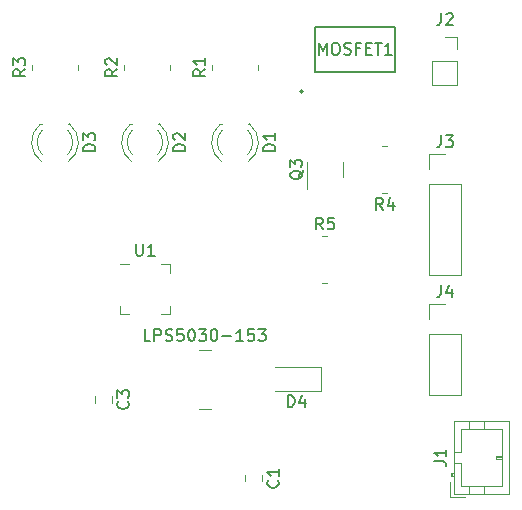
<source format=gbr>
%TF.GenerationSoftware,KiCad,Pcbnew,7.0.9*%
%TF.CreationDate,2023-12-04T00:09:17-03:00*%
%TF.ProjectId,regador,72656761-646f-4722-9e6b-696361645f70,1.0*%
%TF.SameCoordinates,Original*%
%TF.FileFunction,Legend,Top*%
%TF.FilePolarity,Positive*%
%FSLAX46Y46*%
G04 Gerber Fmt 4.6, Leading zero omitted, Abs format (unit mm)*
G04 Created by KiCad (PCBNEW 7.0.9) date 2023-12-04 00:09:17*
%MOMM*%
%LPD*%
G01*
G04 APERTURE LIST*
%ADD10C,0.150000*%
%ADD11C,0.152400*%
%ADD12C,0.120000*%
G04 APERTURE END LIST*
D10*
X132498571Y-83509869D02*
X132498571Y-82509869D01*
X132498571Y-82509869D02*
X132831904Y-83224154D01*
X132831904Y-83224154D02*
X133165237Y-82509869D01*
X133165237Y-82509869D02*
X133165237Y-83509869D01*
X133831904Y-82509869D02*
X134022380Y-82509869D01*
X134022380Y-82509869D02*
X134117618Y-82557488D01*
X134117618Y-82557488D02*
X134212856Y-82652726D01*
X134212856Y-82652726D02*
X134260475Y-82843202D01*
X134260475Y-82843202D02*
X134260475Y-83176535D01*
X134260475Y-83176535D02*
X134212856Y-83367011D01*
X134212856Y-83367011D02*
X134117618Y-83462250D01*
X134117618Y-83462250D02*
X134022380Y-83509869D01*
X134022380Y-83509869D02*
X133831904Y-83509869D01*
X133831904Y-83509869D02*
X133736666Y-83462250D01*
X133736666Y-83462250D02*
X133641428Y-83367011D01*
X133641428Y-83367011D02*
X133593809Y-83176535D01*
X133593809Y-83176535D02*
X133593809Y-82843202D01*
X133593809Y-82843202D02*
X133641428Y-82652726D01*
X133641428Y-82652726D02*
X133736666Y-82557488D01*
X133736666Y-82557488D02*
X133831904Y-82509869D01*
X134641428Y-83462250D02*
X134784285Y-83509869D01*
X134784285Y-83509869D02*
X135022380Y-83509869D01*
X135022380Y-83509869D02*
X135117618Y-83462250D01*
X135117618Y-83462250D02*
X135165237Y-83414630D01*
X135165237Y-83414630D02*
X135212856Y-83319392D01*
X135212856Y-83319392D02*
X135212856Y-83224154D01*
X135212856Y-83224154D02*
X135165237Y-83128916D01*
X135165237Y-83128916D02*
X135117618Y-83081297D01*
X135117618Y-83081297D02*
X135022380Y-83033678D01*
X135022380Y-83033678D02*
X134831904Y-82986059D01*
X134831904Y-82986059D02*
X134736666Y-82938440D01*
X134736666Y-82938440D02*
X134689047Y-82890821D01*
X134689047Y-82890821D02*
X134641428Y-82795583D01*
X134641428Y-82795583D02*
X134641428Y-82700345D01*
X134641428Y-82700345D02*
X134689047Y-82605107D01*
X134689047Y-82605107D02*
X134736666Y-82557488D01*
X134736666Y-82557488D02*
X134831904Y-82509869D01*
X134831904Y-82509869D02*
X135069999Y-82509869D01*
X135069999Y-82509869D02*
X135212856Y-82557488D01*
X135974761Y-82986059D02*
X135641428Y-82986059D01*
X135641428Y-83509869D02*
X135641428Y-82509869D01*
X135641428Y-82509869D02*
X136117618Y-82509869D01*
X136498571Y-82986059D02*
X136831904Y-82986059D01*
X136974761Y-83509869D02*
X136498571Y-83509869D01*
X136498571Y-83509869D02*
X136498571Y-82509869D01*
X136498571Y-82509869D02*
X136974761Y-82509869D01*
X137260476Y-82509869D02*
X137831904Y-82509869D01*
X137546190Y-83509869D02*
X137546190Y-82509869D01*
X138689047Y-83509869D02*
X138117619Y-83509869D01*
X138403333Y-83509869D02*
X138403333Y-82509869D01*
X138403333Y-82509869D02*
X138308095Y-82652726D01*
X138308095Y-82652726D02*
X138212857Y-82747964D01*
X138212857Y-82747964D02*
X138117619Y-82795583D01*
X116339580Y-112876666D02*
X116387200Y-112924285D01*
X116387200Y-112924285D02*
X116434819Y-113067142D01*
X116434819Y-113067142D02*
X116434819Y-113162380D01*
X116434819Y-113162380D02*
X116387200Y-113305237D01*
X116387200Y-113305237D02*
X116291961Y-113400475D01*
X116291961Y-113400475D02*
X116196723Y-113448094D01*
X116196723Y-113448094D02*
X116006247Y-113495713D01*
X116006247Y-113495713D02*
X115863390Y-113495713D01*
X115863390Y-113495713D02*
X115672914Y-113448094D01*
X115672914Y-113448094D02*
X115577676Y-113400475D01*
X115577676Y-113400475D02*
X115482438Y-113305237D01*
X115482438Y-113305237D02*
X115434819Y-113162380D01*
X115434819Y-113162380D02*
X115434819Y-113067142D01*
X115434819Y-113067142D02*
X115482438Y-112924285D01*
X115482438Y-112924285D02*
X115530057Y-112876666D01*
X115434819Y-112543332D02*
X115434819Y-111924285D01*
X115434819Y-111924285D02*
X115815771Y-112257618D01*
X115815771Y-112257618D02*
X115815771Y-112114761D01*
X115815771Y-112114761D02*
X115863390Y-112019523D01*
X115863390Y-112019523D02*
X115911009Y-111971904D01*
X115911009Y-111971904D02*
X116006247Y-111924285D01*
X116006247Y-111924285D02*
X116244342Y-111924285D01*
X116244342Y-111924285D02*
X116339580Y-111971904D01*
X116339580Y-111971904D02*
X116387200Y-112019523D01*
X116387200Y-112019523D02*
X116434819Y-112114761D01*
X116434819Y-112114761D02*
X116434819Y-112400475D01*
X116434819Y-112400475D02*
X116387200Y-112495713D01*
X116387200Y-112495713D02*
X116339580Y-112543332D01*
X129039580Y-119546666D02*
X129087200Y-119594285D01*
X129087200Y-119594285D02*
X129134819Y-119737142D01*
X129134819Y-119737142D02*
X129134819Y-119832380D01*
X129134819Y-119832380D02*
X129087200Y-119975237D01*
X129087200Y-119975237D02*
X128991961Y-120070475D01*
X128991961Y-120070475D02*
X128896723Y-120118094D01*
X128896723Y-120118094D02*
X128706247Y-120165713D01*
X128706247Y-120165713D02*
X128563390Y-120165713D01*
X128563390Y-120165713D02*
X128372914Y-120118094D01*
X128372914Y-120118094D02*
X128277676Y-120070475D01*
X128277676Y-120070475D02*
X128182438Y-119975237D01*
X128182438Y-119975237D02*
X128134819Y-119832380D01*
X128134819Y-119832380D02*
X128134819Y-119737142D01*
X128134819Y-119737142D02*
X128182438Y-119594285D01*
X128182438Y-119594285D02*
X128230057Y-119546666D01*
X129134819Y-118594285D02*
X129134819Y-119165713D01*
X129134819Y-118879999D02*
X128134819Y-118879999D01*
X128134819Y-118879999D02*
X128277676Y-118975237D01*
X128277676Y-118975237D02*
X128372914Y-119070475D01*
X128372914Y-119070475D02*
X128420533Y-119165713D01*
X117028095Y-99529869D02*
X117028095Y-100339392D01*
X117028095Y-100339392D02*
X117075714Y-100434630D01*
X117075714Y-100434630D02*
X117123333Y-100482250D01*
X117123333Y-100482250D02*
X117218571Y-100529869D01*
X117218571Y-100529869D02*
X117409047Y-100529869D01*
X117409047Y-100529869D02*
X117504285Y-100482250D01*
X117504285Y-100482250D02*
X117551904Y-100434630D01*
X117551904Y-100434630D02*
X117599523Y-100339392D01*
X117599523Y-100339392D02*
X117599523Y-99529869D01*
X118599523Y-100529869D02*
X118028095Y-100529869D01*
X118313809Y-100529869D02*
X118313809Y-99529869D01*
X118313809Y-99529869D02*
X118218571Y-99672726D01*
X118218571Y-99672726D02*
X118123333Y-99767964D01*
X118123333Y-99767964D02*
X118028095Y-99815583D01*
X132863333Y-98309869D02*
X132530000Y-97833678D01*
X132291905Y-98309869D02*
X132291905Y-97309869D01*
X132291905Y-97309869D02*
X132672857Y-97309869D01*
X132672857Y-97309869D02*
X132768095Y-97357488D01*
X132768095Y-97357488D02*
X132815714Y-97405107D01*
X132815714Y-97405107D02*
X132863333Y-97500345D01*
X132863333Y-97500345D02*
X132863333Y-97643202D01*
X132863333Y-97643202D02*
X132815714Y-97738440D01*
X132815714Y-97738440D02*
X132768095Y-97786059D01*
X132768095Y-97786059D02*
X132672857Y-97833678D01*
X132672857Y-97833678D02*
X132291905Y-97833678D01*
X133768095Y-97309869D02*
X133291905Y-97309869D01*
X133291905Y-97309869D02*
X133244286Y-97786059D01*
X133244286Y-97786059D02*
X133291905Y-97738440D01*
X133291905Y-97738440D02*
X133387143Y-97690821D01*
X133387143Y-97690821D02*
X133625238Y-97690821D01*
X133625238Y-97690821D02*
X133720476Y-97738440D01*
X133720476Y-97738440D02*
X133768095Y-97786059D01*
X133768095Y-97786059D02*
X133815714Y-97881297D01*
X133815714Y-97881297D02*
X133815714Y-98119392D01*
X133815714Y-98119392D02*
X133768095Y-98214630D01*
X133768095Y-98214630D02*
X133720476Y-98262250D01*
X133720476Y-98262250D02*
X133625238Y-98309869D01*
X133625238Y-98309869D02*
X133387143Y-98309869D01*
X133387143Y-98309869D02*
X133291905Y-98262250D01*
X133291905Y-98262250D02*
X133244286Y-98214630D01*
X121204819Y-91673044D02*
X120204819Y-91673044D01*
X120204819Y-91673044D02*
X120204819Y-91434949D01*
X120204819Y-91434949D02*
X120252438Y-91292092D01*
X120252438Y-91292092D02*
X120347676Y-91196854D01*
X120347676Y-91196854D02*
X120442914Y-91149235D01*
X120442914Y-91149235D02*
X120633390Y-91101616D01*
X120633390Y-91101616D02*
X120776247Y-91101616D01*
X120776247Y-91101616D02*
X120966723Y-91149235D01*
X120966723Y-91149235D02*
X121061961Y-91196854D01*
X121061961Y-91196854D02*
X121157200Y-91292092D01*
X121157200Y-91292092D02*
X121204819Y-91434949D01*
X121204819Y-91434949D02*
X121204819Y-91673044D01*
X120300057Y-90720663D02*
X120252438Y-90673044D01*
X120252438Y-90673044D02*
X120204819Y-90577806D01*
X120204819Y-90577806D02*
X120204819Y-90339711D01*
X120204819Y-90339711D02*
X120252438Y-90244473D01*
X120252438Y-90244473D02*
X120300057Y-90196854D01*
X120300057Y-90196854D02*
X120395295Y-90149235D01*
X120395295Y-90149235D02*
X120490533Y-90149235D01*
X120490533Y-90149235D02*
X120633390Y-90196854D01*
X120633390Y-90196854D02*
X121204819Y-90768282D01*
X121204819Y-90768282D02*
X121204819Y-90149235D01*
X122884819Y-84751616D02*
X122408628Y-85084949D01*
X122884819Y-85323044D02*
X121884819Y-85323044D01*
X121884819Y-85323044D02*
X121884819Y-84942092D01*
X121884819Y-84942092D02*
X121932438Y-84846854D01*
X121932438Y-84846854D02*
X121980057Y-84799235D01*
X121980057Y-84799235D02*
X122075295Y-84751616D01*
X122075295Y-84751616D02*
X122218152Y-84751616D01*
X122218152Y-84751616D02*
X122313390Y-84799235D01*
X122313390Y-84799235D02*
X122361009Y-84846854D01*
X122361009Y-84846854D02*
X122408628Y-84942092D01*
X122408628Y-84942092D02*
X122408628Y-85323044D01*
X122884819Y-83799235D02*
X122884819Y-84370663D01*
X122884819Y-84084949D02*
X121884819Y-84084949D01*
X121884819Y-84084949D02*
X122027676Y-84180187D01*
X122027676Y-84180187D02*
X122122914Y-84275425D01*
X122122914Y-84275425D02*
X122170533Y-84370663D01*
X113584819Y-91673044D02*
X112584819Y-91673044D01*
X112584819Y-91673044D02*
X112584819Y-91434949D01*
X112584819Y-91434949D02*
X112632438Y-91292092D01*
X112632438Y-91292092D02*
X112727676Y-91196854D01*
X112727676Y-91196854D02*
X112822914Y-91149235D01*
X112822914Y-91149235D02*
X113013390Y-91101616D01*
X113013390Y-91101616D02*
X113156247Y-91101616D01*
X113156247Y-91101616D02*
X113346723Y-91149235D01*
X113346723Y-91149235D02*
X113441961Y-91196854D01*
X113441961Y-91196854D02*
X113537200Y-91292092D01*
X113537200Y-91292092D02*
X113584819Y-91434949D01*
X113584819Y-91434949D02*
X113584819Y-91673044D01*
X112584819Y-90768282D02*
X112584819Y-90149235D01*
X112584819Y-90149235D02*
X112965771Y-90482568D01*
X112965771Y-90482568D02*
X112965771Y-90339711D01*
X112965771Y-90339711D02*
X113013390Y-90244473D01*
X113013390Y-90244473D02*
X113061009Y-90196854D01*
X113061009Y-90196854D02*
X113156247Y-90149235D01*
X113156247Y-90149235D02*
X113394342Y-90149235D01*
X113394342Y-90149235D02*
X113489580Y-90196854D01*
X113489580Y-90196854D02*
X113537200Y-90244473D01*
X113537200Y-90244473D02*
X113584819Y-90339711D01*
X113584819Y-90339711D02*
X113584819Y-90625425D01*
X113584819Y-90625425D02*
X113537200Y-90720663D01*
X113537200Y-90720663D02*
X113489580Y-90768282D01*
X107644819Y-84751616D02*
X107168628Y-85084949D01*
X107644819Y-85323044D02*
X106644819Y-85323044D01*
X106644819Y-85323044D02*
X106644819Y-84942092D01*
X106644819Y-84942092D02*
X106692438Y-84846854D01*
X106692438Y-84846854D02*
X106740057Y-84799235D01*
X106740057Y-84799235D02*
X106835295Y-84751616D01*
X106835295Y-84751616D02*
X106978152Y-84751616D01*
X106978152Y-84751616D02*
X107073390Y-84799235D01*
X107073390Y-84799235D02*
X107121009Y-84846854D01*
X107121009Y-84846854D02*
X107168628Y-84942092D01*
X107168628Y-84942092D02*
X107168628Y-85323044D01*
X106644819Y-84418282D02*
X106644819Y-83799235D01*
X106644819Y-83799235D02*
X107025771Y-84132568D01*
X107025771Y-84132568D02*
X107025771Y-83989711D01*
X107025771Y-83989711D02*
X107073390Y-83894473D01*
X107073390Y-83894473D02*
X107121009Y-83846854D01*
X107121009Y-83846854D02*
X107216247Y-83799235D01*
X107216247Y-83799235D02*
X107454342Y-83799235D01*
X107454342Y-83799235D02*
X107549580Y-83846854D01*
X107549580Y-83846854D02*
X107597200Y-83894473D01*
X107597200Y-83894473D02*
X107644819Y-83989711D01*
X107644819Y-83989711D02*
X107644819Y-84275425D01*
X107644819Y-84275425D02*
X107597200Y-84370663D01*
X107597200Y-84370663D02*
X107549580Y-84418282D01*
X128824819Y-91673044D02*
X127824819Y-91673044D01*
X127824819Y-91673044D02*
X127824819Y-91434949D01*
X127824819Y-91434949D02*
X127872438Y-91292092D01*
X127872438Y-91292092D02*
X127967676Y-91196854D01*
X127967676Y-91196854D02*
X128062914Y-91149235D01*
X128062914Y-91149235D02*
X128253390Y-91101616D01*
X128253390Y-91101616D02*
X128396247Y-91101616D01*
X128396247Y-91101616D02*
X128586723Y-91149235D01*
X128586723Y-91149235D02*
X128681961Y-91196854D01*
X128681961Y-91196854D02*
X128777200Y-91292092D01*
X128777200Y-91292092D02*
X128824819Y-91434949D01*
X128824819Y-91434949D02*
X128824819Y-91673044D01*
X128824819Y-90149235D02*
X128824819Y-90720663D01*
X128824819Y-90434949D02*
X127824819Y-90434949D01*
X127824819Y-90434949D02*
X127967676Y-90530187D01*
X127967676Y-90530187D02*
X128062914Y-90625425D01*
X128062914Y-90625425D02*
X128110533Y-90720663D01*
X129878905Y-113354869D02*
X129878905Y-112354869D01*
X129878905Y-112354869D02*
X130117000Y-112354869D01*
X130117000Y-112354869D02*
X130259857Y-112402488D01*
X130259857Y-112402488D02*
X130355095Y-112497726D01*
X130355095Y-112497726D02*
X130402714Y-112592964D01*
X130402714Y-112592964D02*
X130450333Y-112783440D01*
X130450333Y-112783440D02*
X130450333Y-112926297D01*
X130450333Y-112926297D02*
X130402714Y-113116773D01*
X130402714Y-113116773D02*
X130355095Y-113212011D01*
X130355095Y-113212011D02*
X130259857Y-113307250D01*
X130259857Y-113307250D02*
X130117000Y-113354869D01*
X130117000Y-113354869D02*
X129878905Y-113354869D01*
X131307476Y-112688202D02*
X131307476Y-113354869D01*
X131069381Y-112307250D02*
X130831286Y-113021535D01*
X130831286Y-113021535D02*
X131450333Y-113021535D01*
X142856666Y-103039869D02*
X142856666Y-103754154D01*
X142856666Y-103754154D02*
X142809047Y-103897011D01*
X142809047Y-103897011D02*
X142713809Y-103992250D01*
X142713809Y-103992250D02*
X142570952Y-104039869D01*
X142570952Y-104039869D02*
X142475714Y-104039869D01*
X143761428Y-103373202D02*
X143761428Y-104039869D01*
X143523333Y-102992250D02*
X143285238Y-103706535D01*
X143285238Y-103706535D02*
X143904285Y-103706535D01*
X118250952Y-107749869D02*
X117774762Y-107749869D01*
X117774762Y-107749869D02*
X117774762Y-106749869D01*
X118584286Y-107749869D02*
X118584286Y-106749869D01*
X118584286Y-106749869D02*
X118965238Y-106749869D01*
X118965238Y-106749869D02*
X119060476Y-106797488D01*
X119060476Y-106797488D02*
X119108095Y-106845107D01*
X119108095Y-106845107D02*
X119155714Y-106940345D01*
X119155714Y-106940345D02*
X119155714Y-107083202D01*
X119155714Y-107083202D02*
X119108095Y-107178440D01*
X119108095Y-107178440D02*
X119060476Y-107226059D01*
X119060476Y-107226059D02*
X118965238Y-107273678D01*
X118965238Y-107273678D02*
X118584286Y-107273678D01*
X119536667Y-107702250D02*
X119679524Y-107749869D01*
X119679524Y-107749869D02*
X119917619Y-107749869D01*
X119917619Y-107749869D02*
X120012857Y-107702250D01*
X120012857Y-107702250D02*
X120060476Y-107654630D01*
X120060476Y-107654630D02*
X120108095Y-107559392D01*
X120108095Y-107559392D02*
X120108095Y-107464154D01*
X120108095Y-107464154D02*
X120060476Y-107368916D01*
X120060476Y-107368916D02*
X120012857Y-107321297D01*
X120012857Y-107321297D02*
X119917619Y-107273678D01*
X119917619Y-107273678D02*
X119727143Y-107226059D01*
X119727143Y-107226059D02*
X119631905Y-107178440D01*
X119631905Y-107178440D02*
X119584286Y-107130821D01*
X119584286Y-107130821D02*
X119536667Y-107035583D01*
X119536667Y-107035583D02*
X119536667Y-106940345D01*
X119536667Y-106940345D02*
X119584286Y-106845107D01*
X119584286Y-106845107D02*
X119631905Y-106797488D01*
X119631905Y-106797488D02*
X119727143Y-106749869D01*
X119727143Y-106749869D02*
X119965238Y-106749869D01*
X119965238Y-106749869D02*
X120108095Y-106797488D01*
X121012857Y-106749869D02*
X120536667Y-106749869D01*
X120536667Y-106749869D02*
X120489048Y-107226059D01*
X120489048Y-107226059D02*
X120536667Y-107178440D01*
X120536667Y-107178440D02*
X120631905Y-107130821D01*
X120631905Y-107130821D02*
X120870000Y-107130821D01*
X120870000Y-107130821D02*
X120965238Y-107178440D01*
X120965238Y-107178440D02*
X121012857Y-107226059D01*
X121012857Y-107226059D02*
X121060476Y-107321297D01*
X121060476Y-107321297D02*
X121060476Y-107559392D01*
X121060476Y-107559392D02*
X121012857Y-107654630D01*
X121012857Y-107654630D02*
X120965238Y-107702250D01*
X120965238Y-107702250D02*
X120870000Y-107749869D01*
X120870000Y-107749869D02*
X120631905Y-107749869D01*
X120631905Y-107749869D02*
X120536667Y-107702250D01*
X120536667Y-107702250D02*
X120489048Y-107654630D01*
X121679524Y-106749869D02*
X121774762Y-106749869D01*
X121774762Y-106749869D02*
X121870000Y-106797488D01*
X121870000Y-106797488D02*
X121917619Y-106845107D01*
X121917619Y-106845107D02*
X121965238Y-106940345D01*
X121965238Y-106940345D02*
X122012857Y-107130821D01*
X122012857Y-107130821D02*
X122012857Y-107368916D01*
X122012857Y-107368916D02*
X121965238Y-107559392D01*
X121965238Y-107559392D02*
X121917619Y-107654630D01*
X121917619Y-107654630D02*
X121870000Y-107702250D01*
X121870000Y-107702250D02*
X121774762Y-107749869D01*
X121774762Y-107749869D02*
X121679524Y-107749869D01*
X121679524Y-107749869D02*
X121584286Y-107702250D01*
X121584286Y-107702250D02*
X121536667Y-107654630D01*
X121536667Y-107654630D02*
X121489048Y-107559392D01*
X121489048Y-107559392D02*
X121441429Y-107368916D01*
X121441429Y-107368916D02*
X121441429Y-107130821D01*
X121441429Y-107130821D02*
X121489048Y-106940345D01*
X121489048Y-106940345D02*
X121536667Y-106845107D01*
X121536667Y-106845107D02*
X121584286Y-106797488D01*
X121584286Y-106797488D02*
X121679524Y-106749869D01*
X122346191Y-106749869D02*
X122965238Y-106749869D01*
X122965238Y-106749869D02*
X122631905Y-107130821D01*
X122631905Y-107130821D02*
X122774762Y-107130821D01*
X122774762Y-107130821D02*
X122870000Y-107178440D01*
X122870000Y-107178440D02*
X122917619Y-107226059D01*
X122917619Y-107226059D02*
X122965238Y-107321297D01*
X122965238Y-107321297D02*
X122965238Y-107559392D01*
X122965238Y-107559392D02*
X122917619Y-107654630D01*
X122917619Y-107654630D02*
X122870000Y-107702250D01*
X122870000Y-107702250D02*
X122774762Y-107749869D01*
X122774762Y-107749869D02*
X122489048Y-107749869D01*
X122489048Y-107749869D02*
X122393810Y-107702250D01*
X122393810Y-107702250D02*
X122346191Y-107654630D01*
X123584286Y-106749869D02*
X123679524Y-106749869D01*
X123679524Y-106749869D02*
X123774762Y-106797488D01*
X123774762Y-106797488D02*
X123822381Y-106845107D01*
X123822381Y-106845107D02*
X123870000Y-106940345D01*
X123870000Y-106940345D02*
X123917619Y-107130821D01*
X123917619Y-107130821D02*
X123917619Y-107368916D01*
X123917619Y-107368916D02*
X123870000Y-107559392D01*
X123870000Y-107559392D02*
X123822381Y-107654630D01*
X123822381Y-107654630D02*
X123774762Y-107702250D01*
X123774762Y-107702250D02*
X123679524Y-107749869D01*
X123679524Y-107749869D02*
X123584286Y-107749869D01*
X123584286Y-107749869D02*
X123489048Y-107702250D01*
X123489048Y-107702250D02*
X123441429Y-107654630D01*
X123441429Y-107654630D02*
X123393810Y-107559392D01*
X123393810Y-107559392D02*
X123346191Y-107368916D01*
X123346191Y-107368916D02*
X123346191Y-107130821D01*
X123346191Y-107130821D02*
X123393810Y-106940345D01*
X123393810Y-106940345D02*
X123441429Y-106845107D01*
X123441429Y-106845107D02*
X123489048Y-106797488D01*
X123489048Y-106797488D02*
X123584286Y-106749869D01*
X124346191Y-107368916D02*
X125108096Y-107368916D01*
X126108095Y-107749869D02*
X125536667Y-107749869D01*
X125822381Y-107749869D02*
X125822381Y-106749869D01*
X125822381Y-106749869D02*
X125727143Y-106892726D01*
X125727143Y-106892726D02*
X125631905Y-106987964D01*
X125631905Y-106987964D02*
X125536667Y-107035583D01*
X127012857Y-106749869D02*
X126536667Y-106749869D01*
X126536667Y-106749869D02*
X126489048Y-107226059D01*
X126489048Y-107226059D02*
X126536667Y-107178440D01*
X126536667Y-107178440D02*
X126631905Y-107130821D01*
X126631905Y-107130821D02*
X126870000Y-107130821D01*
X126870000Y-107130821D02*
X126965238Y-107178440D01*
X126965238Y-107178440D02*
X127012857Y-107226059D01*
X127012857Y-107226059D02*
X127060476Y-107321297D01*
X127060476Y-107321297D02*
X127060476Y-107559392D01*
X127060476Y-107559392D02*
X127012857Y-107654630D01*
X127012857Y-107654630D02*
X126965238Y-107702250D01*
X126965238Y-107702250D02*
X126870000Y-107749869D01*
X126870000Y-107749869D02*
X126631905Y-107749869D01*
X126631905Y-107749869D02*
X126536667Y-107702250D01*
X126536667Y-107702250D02*
X126489048Y-107654630D01*
X127393810Y-106749869D02*
X128012857Y-106749869D01*
X128012857Y-106749869D02*
X127679524Y-107130821D01*
X127679524Y-107130821D02*
X127822381Y-107130821D01*
X127822381Y-107130821D02*
X127917619Y-107178440D01*
X127917619Y-107178440D02*
X127965238Y-107226059D01*
X127965238Y-107226059D02*
X128012857Y-107321297D01*
X128012857Y-107321297D02*
X128012857Y-107559392D01*
X128012857Y-107559392D02*
X127965238Y-107654630D01*
X127965238Y-107654630D02*
X127917619Y-107702250D01*
X127917619Y-107702250D02*
X127822381Y-107749869D01*
X127822381Y-107749869D02*
X127536667Y-107749869D01*
X127536667Y-107749869D02*
X127441429Y-107702250D01*
X127441429Y-107702250D02*
X127393810Y-107654630D01*
X142856666Y-90339869D02*
X142856666Y-91054154D01*
X142856666Y-91054154D02*
X142809047Y-91197011D01*
X142809047Y-91197011D02*
X142713809Y-91292250D01*
X142713809Y-91292250D02*
X142570952Y-91339869D01*
X142570952Y-91339869D02*
X142475714Y-91339869D01*
X143237619Y-90339869D02*
X143856666Y-90339869D01*
X143856666Y-90339869D02*
X143523333Y-90720821D01*
X143523333Y-90720821D02*
X143666190Y-90720821D01*
X143666190Y-90720821D02*
X143761428Y-90768440D01*
X143761428Y-90768440D02*
X143809047Y-90816059D01*
X143809047Y-90816059D02*
X143856666Y-90911297D01*
X143856666Y-90911297D02*
X143856666Y-91149392D01*
X143856666Y-91149392D02*
X143809047Y-91244630D01*
X143809047Y-91244630D02*
X143761428Y-91292250D01*
X143761428Y-91292250D02*
X143666190Y-91339869D01*
X143666190Y-91339869D02*
X143380476Y-91339869D01*
X143380476Y-91339869D02*
X143285238Y-91292250D01*
X143285238Y-91292250D02*
X143237619Y-91244630D01*
X131180057Y-93310288D02*
X131132438Y-93405526D01*
X131132438Y-93405526D02*
X131037200Y-93500764D01*
X131037200Y-93500764D02*
X130894342Y-93643621D01*
X130894342Y-93643621D02*
X130846723Y-93738859D01*
X130846723Y-93738859D02*
X130846723Y-93834097D01*
X131084819Y-93786478D02*
X131037200Y-93881716D01*
X131037200Y-93881716D02*
X130941961Y-93976954D01*
X130941961Y-93976954D02*
X130751485Y-94024573D01*
X130751485Y-94024573D02*
X130418152Y-94024573D01*
X130418152Y-94024573D02*
X130227676Y-93976954D01*
X130227676Y-93976954D02*
X130132438Y-93881716D01*
X130132438Y-93881716D02*
X130084819Y-93786478D01*
X130084819Y-93786478D02*
X130084819Y-93596002D01*
X130084819Y-93596002D02*
X130132438Y-93500764D01*
X130132438Y-93500764D02*
X130227676Y-93405526D01*
X130227676Y-93405526D02*
X130418152Y-93357907D01*
X130418152Y-93357907D02*
X130751485Y-93357907D01*
X130751485Y-93357907D02*
X130941961Y-93405526D01*
X130941961Y-93405526D02*
X131037200Y-93500764D01*
X131037200Y-93500764D02*
X131084819Y-93596002D01*
X131084819Y-93596002D02*
X131084819Y-93786478D01*
X130084819Y-93024573D02*
X130084819Y-92405526D01*
X130084819Y-92405526D02*
X130465771Y-92738859D01*
X130465771Y-92738859D02*
X130465771Y-92596002D01*
X130465771Y-92596002D02*
X130513390Y-92500764D01*
X130513390Y-92500764D02*
X130561009Y-92453145D01*
X130561009Y-92453145D02*
X130656247Y-92405526D01*
X130656247Y-92405526D02*
X130894342Y-92405526D01*
X130894342Y-92405526D02*
X130989580Y-92453145D01*
X130989580Y-92453145D02*
X131037200Y-92500764D01*
X131037200Y-92500764D02*
X131084819Y-92596002D01*
X131084819Y-92596002D02*
X131084819Y-92881716D01*
X131084819Y-92881716D02*
X131037200Y-92976954D01*
X131037200Y-92976954D02*
X130989580Y-93024573D01*
X142856666Y-80009869D02*
X142856666Y-80724154D01*
X142856666Y-80724154D02*
X142809047Y-80867011D01*
X142809047Y-80867011D02*
X142713809Y-80962250D01*
X142713809Y-80962250D02*
X142570952Y-81009869D01*
X142570952Y-81009869D02*
X142475714Y-81009869D01*
X143285238Y-80105107D02*
X143332857Y-80057488D01*
X143332857Y-80057488D02*
X143428095Y-80009869D01*
X143428095Y-80009869D02*
X143666190Y-80009869D01*
X143666190Y-80009869D02*
X143761428Y-80057488D01*
X143761428Y-80057488D02*
X143809047Y-80105107D01*
X143809047Y-80105107D02*
X143856666Y-80200345D01*
X143856666Y-80200345D02*
X143856666Y-80295583D01*
X143856666Y-80295583D02*
X143809047Y-80438440D01*
X143809047Y-80438440D02*
X143237619Y-81009869D01*
X143237619Y-81009869D02*
X143856666Y-81009869D01*
X137943333Y-96649869D02*
X137610000Y-96173678D01*
X137371905Y-96649869D02*
X137371905Y-95649869D01*
X137371905Y-95649869D02*
X137752857Y-95649869D01*
X137752857Y-95649869D02*
X137848095Y-95697488D01*
X137848095Y-95697488D02*
X137895714Y-95745107D01*
X137895714Y-95745107D02*
X137943333Y-95840345D01*
X137943333Y-95840345D02*
X137943333Y-95983202D01*
X137943333Y-95983202D02*
X137895714Y-96078440D01*
X137895714Y-96078440D02*
X137848095Y-96126059D01*
X137848095Y-96126059D02*
X137752857Y-96173678D01*
X137752857Y-96173678D02*
X137371905Y-96173678D01*
X138800476Y-95983202D02*
X138800476Y-96649869D01*
X138562381Y-95602250D02*
X138324286Y-96316535D01*
X138324286Y-96316535D02*
X138943333Y-96316535D01*
X115440019Y-84751616D02*
X114963828Y-85084949D01*
X115440019Y-85323044D02*
X114440019Y-85323044D01*
X114440019Y-85323044D02*
X114440019Y-84942092D01*
X114440019Y-84942092D02*
X114487638Y-84846854D01*
X114487638Y-84846854D02*
X114535257Y-84799235D01*
X114535257Y-84799235D02*
X114630495Y-84751616D01*
X114630495Y-84751616D02*
X114773352Y-84751616D01*
X114773352Y-84751616D02*
X114868590Y-84799235D01*
X114868590Y-84799235D02*
X114916209Y-84846854D01*
X114916209Y-84846854D02*
X114963828Y-84942092D01*
X114963828Y-84942092D02*
X114963828Y-85323044D01*
X114535257Y-84370663D02*
X114487638Y-84323044D01*
X114487638Y-84323044D02*
X114440019Y-84227806D01*
X114440019Y-84227806D02*
X114440019Y-83989711D01*
X114440019Y-83989711D02*
X114487638Y-83894473D01*
X114487638Y-83894473D02*
X114535257Y-83846854D01*
X114535257Y-83846854D02*
X114630495Y-83799235D01*
X114630495Y-83799235D02*
X114725733Y-83799235D01*
X114725733Y-83799235D02*
X114868590Y-83846854D01*
X114868590Y-83846854D02*
X115440019Y-84418282D01*
X115440019Y-84418282D02*
X115440019Y-83799235D01*
X142284819Y-117948383D02*
X142999104Y-117948383D01*
X142999104Y-117948383D02*
X143141961Y-117996002D01*
X143141961Y-117996002D02*
X143237200Y-118091240D01*
X143237200Y-118091240D02*
X143284819Y-118234097D01*
X143284819Y-118234097D02*
X143284819Y-118329335D01*
X143284819Y-116948383D02*
X143284819Y-117519811D01*
X143284819Y-117234097D02*
X142284819Y-117234097D01*
X142284819Y-117234097D02*
X142427676Y-117329335D01*
X142427676Y-117329335D02*
X142522914Y-117424573D01*
X142522914Y-117424573D02*
X142570533Y-117519811D01*
D11*
%TO.C,MOSFET1*%
X131150400Y-86611050D02*
G75*
G03*
X131150400Y-86611050I-127000J0D01*
G01*
X132166400Y-84960050D02*
X138973600Y-84960050D01*
X138973600Y-84960050D02*
X138973600Y-81150050D01*
X138973600Y-81150050D02*
X132166400Y-81150050D01*
X132166400Y-81150050D02*
X132166400Y-84960050D01*
D12*
%TO.C,C3*%
X113565000Y-112448748D02*
X113565000Y-112971252D01*
X115035000Y-112448748D02*
X115035000Y-112971252D01*
%TO.C,C1*%
X126265000Y-119118748D02*
X126265000Y-119641252D01*
X127735000Y-119118748D02*
X127735000Y-119641252D01*
%TO.C,U1*%
X115680000Y-105485050D02*
X115680000Y-104760050D01*
X116405000Y-101265050D02*
X115680000Y-101265050D01*
X116405000Y-105485050D02*
X115680000Y-105485050D01*
X119175000Y-101265050D02*
X119900000Y-101265050D01*
X119175000Y-105485050D02*
X119900000Y-105485050D01*
X119900000Y-101265050D02*
X119900000Y-101990050D01*
X119900000Y-105485050D02*
X119900000Y-104760050D01*
%TO.C,R5*%
X132819758Y-102820050D02*
X133240242Y-102820050D01*
X132819758Y-98850050D02*
X133240242Y-98850050D01*
%TO.C,D2*%
X119026000Y-89374950D02*
X118870000Y-89374950D01*
X116710000Y-89374950D02*
X116554000Y-89374950D01*
X118868608Y-92607284D02*
G75*
G03*
X119025515Y-89374951I-1078608J1672334D01*
G01*
X118869836Y-91976079D02*
G75*
G03*
X118869999Y-89893990I-1079836J1041129D01*
G01*
X116710001Y-89893990D02*
G75*
G03*
X116710164Y-91976079I1079999J-1040960D01*
G01*
X116554485Y-89374951D02*
G75*
G03*
X116711392Y-92607284I1235515J-1559999D01*
G01*
%TO.C,R1*%
X123425000Y-84795192D02*
X123425000Y-84374708D01*
X127395000Y-84795192D02*
X127395000Y-84374708D01*
%TO.C,D3*%
X111406000Y-89374950D02*
X111250000Y-89374950D01*
X109090000Y-89374950D02*
X108934000Y-89374950D01*
X111248608Y-92607284D02*
G75*
G03*
X111405515Y-89374951I-1078608J1672334D01*
G01*
X111249836Y-91976079D02*
G75*
G03*
X111249999Y-89893990I-1079836J1041129D01*
G01*
X109090001Y-89893990D02*
G75*
G03*
X109090164Y-91976079I1079999J-1040960D01*
G01*
X108934485Y-89374951D02*
G75*
G03*
X109091392Y-92607284I1235515J-1559999D01*
G01*
%TO.C,R3*%
X108185000Y-84795192D02*
X108185000Y-84374708D01*
X112155000Y-84795192D02*
X112155000Y-84374708D01*
%TO.C,D1*%
X124174485Y-89374951D02*
G75*
G03*
X124331392Y-92607284I1235515J-1559999D01*
G01*
X124330001Y-89893990D02*
G75*
G03*
X124330164Y-91976079I1079999J-1040960D01*
G01*
X126489836Y-91976079D02*
G75*
G03*
X126489999Y-89893990I-1079836J1041129D01*
G01*
X126488608Y-92607284D02*
G75*
G03*
X126645515Y-89374951I-1078608J1672334D01*
G01*
X124330000Y-89374950D02*
X124174000Y-89374950D01*
X126646000Y-89374950D02*
X126490000Y-89374950D01*
%TO.C,D4*%
X132700000Y-109995050D02*
X128840000Y-109995050D01*
X132700000Y-111995050D02*
X128840000Y-111995050D01*
X132700000Y-111995050D02*
X132700000Y-109995050D01*
%TO.C,J4*%
X141860000Y-104585050D02*
X143190000Y-104585050D01*
X141860000Y-105915050D02*
X141860000Y-104585050D01*
X141860000Y-107185050D02*
X141860000Y-112325050D01*
X141860000Y-107185050D02*
X144520000Y-107185050D01*
X141860000Y-112325050D02*
X144520000Y-112325050D01*
X144520000Y-107185050D02*
X144520000Y-112325050D01*
%TO.C,LPS5030-153*%
X122370000Y-108485050D02*
X123370000Y-108485050D01*
X122370000Y-113505050D02*
X123370000Y-113505050D01*
%TO.C,J3*%
X141860000Y-91885050D02*
X143190000Y-91885050D01*
X141860000Y-93215050D02*
X141860000Y-91885050D01*
X141860000Y-94485050D02*
X141860000Y-102165050D01*
X141860000Y-94485050D02*
X144520000Y-94485050D01*
X141860000Y-102165050D02*
X144520000Y-102165050D01*
X144520000Y-94485050D02*
X144520000Y-102165050D01*
%TO.C,Q3*%
X131470000Y-93215050D02*
X131470000Y-94890050D01*
X131470000Y-93215050D02*
X131470000Y-92565050D01*
X134590000Y-93215050D02*
X134590000Y-93865050D01*
X134590000Y-93215050D02*
X134590000Y-92565050D01*
%TO.C,J2*%
X144250000Y-84055050D02*
X144250000Y-86115050D01*
X144250000Y-81995050D02*
X144250000Y-83055050D01*
X143190000Y-81995050D02*
X144250000Y-81995050D01*
X142130000Y-86115050D02*
X144250000Y-86115050D01*
X142130000Y-84055050D02*
X144250000Y-84055050D01*
X142130000Y-84055050D02*
X142130000Y-86115050D01*
%TO.C,R4*%
X138320242Y-91230050D02*
X137899758Y-91230050D01*
X138320242Y-95200050D02*
X137899758Y-95200050D01*
%TO.C,R2*%
X115980200Y-84795192D02*
X115980200Y-84374708D01*
X119950200Y-84795192D02*
X119950200Y-84374708D01*
%TO.C,J1*%
X143620000Y-120975050D02*
X144870000Y-120975050D01*
X143920000Y-120675050D02*
X148640000Y-120675050D01*
X145230000Y-120675050D02*
X145230000Y-120065050D01*
X146530000Y-120675050D02*
X146530000Y-120065050D01*
X148640000Y-120675050D02*
X148640000Y-114555050D01*
X144530000Y-120065050D02*
X148030000Y-120065050D01*
X148030000Y-120065050D02*
X148030000Y-115165050D01*
X143620000Y-119725050D02*
X143620000Y-120975050D01*
X143720000Y-119215050D02*
X143920000Y-119215050D01*
X143720000Y-118915050D02*
X143720000Y-119215050D01*
X143820000Y-118915050D02*
X143820000Y-119215050D01*
X143920000Y-118915050D02*
X143720000Y-118915050D01*
X143920000Y-118115050D02*
X144530000Y-118115050D01*
X144530000Y-118115050D02*
X144530000Y-120065050D01*
X147530000Y-117715050D02*
X147530000Y-117515050D01*
X148030000Y-117715050D02*
X147530000Y-117715050D01*
X148030000Y-117615050D02*
X147530000Y-117615050D01*
X147530000Y-117515050D02*
X148030000Y-117515050D01*
X144530000Y-117115050D02*
X143920000Y-117115050D01*
X144530000Y-115165050D02*
X144530000Y-117115050D01*
X148030000Y-115165050D02*
X144530000Y-115165050D01*
X143920000Y-114555050D02*
X143920000Y-120675050D01*
X145230000Y-114555050D02*
X145230000Y-115165050D01*
X146530000Y-114555050D02*
X146530000Y-115165050D01*
X148640000Y-114555050D02*
X143920000Y-114555050D01*
%TD*%
M02*

</source>
